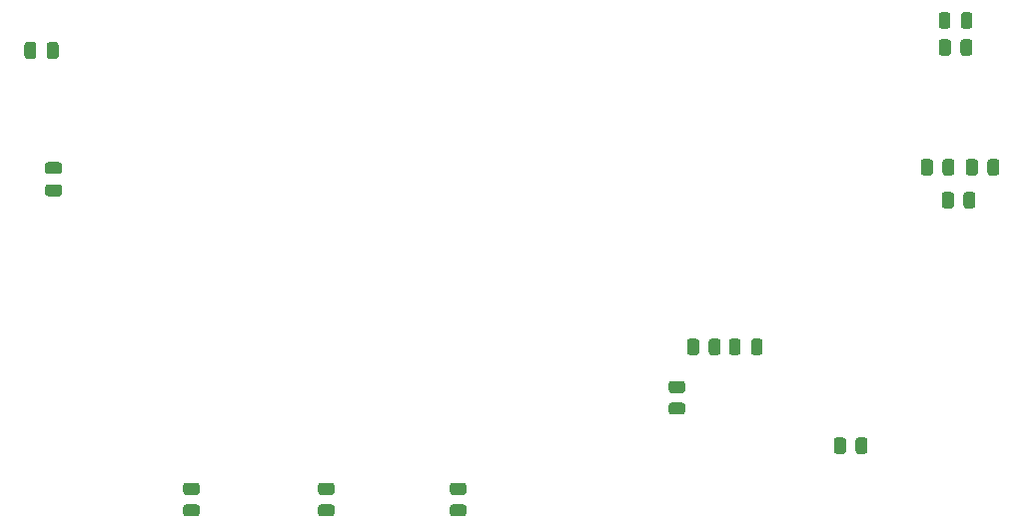
<source format=gbr>
%TF.GenerationSoftware,KiCad,Pcbnew,(5.1.10-1-10_14)*%
%TF.CreationDate,2021-07-31T21:51:31-04:00*%
%TF.ProjectId,CLOCK,434c4f43-4b2e-46b6-9963-61645f706362,rev?*%
%TF.SameCoordinates,Original*%
%TF.FileFunction,Paste,Top*%
%TF.FilePolarity,Positive*%
%FSLAX46Y46*%
G04 Gerber Fmt 4.6, Leading zero omitted, Abs format (unit mm)*
G04 Created by KiCad (PCBNEW (5.1.10-1-10_14)) date 2021-07-31 21:51:31*
%MOMM*%
%LPD*%
G01*
G04 APERTURE LIST*
G04 APERTURE END LIST*
%TO.C,R3*%
G36*
G01*
X136544000Y-68522001D02*
X136544000Y-67621999D01*
G75*
G02*
X136793999Y-67372000I249999J0D01*
G01*
X137319001Y-67372000D01*
G75*
G02*
X137569000Y-67621999I0J-249999D01*
G01*
X137569000Y-68522001D01*
G75*
G02*
X137319001Y-68772000I-249999J0D01*
G01*
X136793999Y-68772000D01*
G75*
G02*
X136544000Y-68522001I0J249999D01*
G01*
G37*
G36*
G01*
X134719000Y-68522001D02*
X134719000Y-67621999D01*
G75*
G02*
X134968999Y-67372000I249999J0D01*
G01*
X135494001Y-67372000D01*
G75*
G02*
X135744000Y-67621999I0J-249999D01*
G01*
X135744000Y-68522001D01*
G75*
G02*
X135494001Y-68772000I-249999J0D01*
G01*
X134968999Y-68772000D01*
G75*
G02*
X134719000Y-68522001I0J249999D01*
G01*
G37*
%TD*%
%TO.C,R11*%
G36*
G01*
X102419999Y-73044000D02*
X103320001Y-73044000D01*
G75*
G02*
X103570000Y-73293999I0J-249999D01*
G01*
X103570000Y-73819001D01*
G75*
G02*
X103320001Y-74069000I-249999J0D01*
G01*
X102419999Y-74069000D01*
G75*
G02*
X102170000Y-73819001I0J249999D01*
G01*
X102170000Y-73293999D01*
G75*
G02*
X102419999Y-73044000I249999J0D01*
G01*
G37*
G36*
G01*
X102419999Y-71219000D02*
X103320001Y-71219000D01*
G75*
G02*
X103570000Y-71468999I0J-249999D01*
G01*
X103570000Y-71994001D01*
G75*
G02*
X103320001Y-72244000I-249999J0D01*
G01*
X102419999Y-72244000D01*
G75*
G02*
X102170000Y-71994001I0J249999D01*
G01*
X102170000Y-71468999D01*
G75*
G02*
X102419999Y-71219000I249999J0D01*
G01*
G37*
%TD*%
%TO.C,R10*%
G36*
G01*
X91243999Y-73044000D02*
X92144001Y-73044000D01*
G75*
G02*
X92394000Y-73293999I0J-249999D01*
G01*
X92394000Y-73819001D01*
G75*
G02*
X92144001Y-74069000I-249999J0D01*
G01*
X91243999Y-74069000D01*
G75*
G02*
X90994000Y-73819001I0J249999D01*
G01*
X90994000Y-73293999D01*
G75*
G02*
X91243999Y-73044000I249999J0D01*
G01*
G37*
G36*
G01*
X91243999Y-71219000D02*
X92144001Y-71219000D01*
G75*
G02*
X92394000Y-71468999I0J-249999D01*
G01*
X92394000Y-71994001D01*
G75*
G02*
X92144001Y-72244000I-249999J0D01*
G01*
X91243999Y-72244000D01*
G75*
G02*
X90994000Y-71994001I0J249999D01*
G01*
X90994000Y-71468999D01*
G75*
G02*
X91243999Y-71219000I249999J0D01*
G01*
G37*
%TD*%
%TO.C,R9*%
G36*
G01*
X79813999Y-73044000D02*
X80714001Y-73044000D01*
G75*
G02*
X80964000Y-73293999I0J-249999D01*
G01*
X80964000Y-73819001D01*
G75*
G02*
X80714001Y-74069000I-249999J0D01*
G01*
X79813999Y-74069000D01*
G75*
G02*
X79564000Y-73819001I0J249999D01*
G01*
X79564000Y-73293999D01*
G75*
G02*
X79813999Y-73044000I249999J0D01*
G01*
G37*
G36*
G01*
X79813999Y-71219000D02*
X80714001Y-71219000D01*
G75*
G02*
X80964000Y-71468999I0J-249999D01*
G01*
X80964000Y-71994001D01*
G75*
G02*
X80714001Y-72244000I-249999J0D01*
G01*
X79813999Y-72244000D01*
G75*
G02*
X79564000Y-71994001I0J249999D01*
G01*
X79564000Y-71468999D01*
G75*
G02*
X79813999Y-71219000I249999J0D01*
G01*
G37*
%TD*%
%TO.C,R12*%
G36*
G01*
X144888000Y-46793999D02*
X144888000Y-47694001D01*
G75*
G02*
X144638001Y-47944000I-249999J0D01*
G01*
X144112999Y-47944000D01*
G75*
G02*
X143863000Y-47694001I0J249999D01*
G01*
X143863000Y-46793999D01*
G75*
G02*
X144112999Y-46544000I249999J0D01*
G01*
X144638001Y-46544000D01*
G75*
G02*
X144888000Y-46793999I0J-249999D01*
G01*
G37*
G36*
G01*
X146713000Y-46793999D02*
X146713000Y-47694001D01*
G75*
G02*
X146463001Y-47944000I-249999J0D01*
G01*
X145937999Y-47944000D01*
G75*
G02*
X145688000Y-47694001I0J249999D01*
G01*
X145688000Y-46793999D01*
G75*
G02*
X145937999Y-46544000I249999J0D01*
G01*
X146463001Y-46544000D01*
G75*
G02*
X146713000Y-46793999I0J-249999D01*
G01*
G37*
%TD*%
%TO.C,R8*%
G36*
G01*
X144634000Y-33839999D02*
X144634000Y-34740001D01*
G75*
G02*
X144384001Y-34990000I-249999J0D01*
G01*
X143858999Y-34990000D01*
G75*
G02*
X143609000Y-34740001I0J249999D01*
G01*
X143609000Y-33839999D01*
G75*
G02*
X143858999Y-33590000I249999J0D01*
G01*
X144384001Y-33590000D01*
G75*
G02*
X144634000Y-33839999I0J-249999D01*
G01*
G37*
G36*
G01*
X146459000Y-33839999D02*
X146459000Y-34740001D01*
G75*
G02*
X146209001Y-34990000I-249999J0D01*
G01*
X145683999Y-34990000D01*
G75*
G02*
X145434000Y-34740001I0J249999D01*
G01*
X145434000Y-33839999D01*
G75*
G02*
X145683999Y-33590000I249999J0D01*
G01*
X146209001Y-33590000D01*
G75*
G02*
X146459000Y-33839999I0J-249999D01*
G01*
G37*
%TD*%
%TO.C,R7*%
G36*
G01*
X146920000Y-43999999D02*
X146920000Y-44900001D01*
G75*
G02*
X146670001Y-45150000I-249999J0D01*
G01*
X146144999Y-45150000D01*
G75*
G02*
X145895000Y-44900001I0J249999D01*
G01*
X145895000Y-43999999D01*
G75*
G02*
X146144999Y-43750000I249999J0D01*
G01*
X146670001Y-43750000D01*
G75*
G02*
X146920000Y-43999999I0J-249999D01*
G01*
G37*
G36*
G01*
X148745000Y-43999999D02*
X148745000Y-44900001D01*
G75*
G02*
X148495001Y-45150000I-249999J0D01*
G01*
X147969999Y-45150000D01*
G75*
G02*
X147720000Y-44900001I0J249999D01*
G01*
X147720000Y-43999999D01*
G75*
G02*
X147969999Y-43750000I249999J0D01*
G01*
X148495001Y-43750000D01*
G75*
G02*
X148745000Y-43999999I0J-249999D01*
G01*
G37*
%TD*%
%TO.C,R6*%
G36*
G01*
X143910000Y-44900001D02*
X143910000Y-43999999D01*
G75*
G02*
X144159999Y-43750000I249999J0D01*
G01*
X144685001Y-43750000D01*
G75*
G02*
X144935000Y-43999999I0J-249999D01*
G01*
X144935000Y-44900001D01*
G75*
G02*
X144685001Y-45150000I-249999J0D01*
G01*
X144159999Y-45150000D01*
G75*
G02*
X143910000Y-44900001I0J249999D01*
G01*
G37*
G36*
G01*
X142085000Y-44900001D02*
X142085000Y-43999999D01*
G75*
G02*
X142334999Y-43750000I249999J0D01*
G01*
X142860001Y-43750000D01*
G75*
G02*
X143110000Y-43999999I0J-249999D01*
G01*
X143110000Y-44900001D01*
G75*
G02*
X142860001Y-45150000I-249999J0D01*
G01*
X142334999Y-45150000D01*
G75*
G02*
X142085000Y-44900001I0J249999D01*
G01*
G37*
%TD*%
%TO.C,R4*%
G36*
G01*
X123298000Y-59239999D02*
X123298000Y-60140001D01*
G75*
G02*
X123048001Y-60390000I-249999J0D01*
G01*
X122522999Y-60390000D01*
G75*
G02*
X122273000Y-60140001I0J249999D01*
G01*
X122273000Y-59239999D01*
G75*
G02*
X122522999Y-58990000I249999J0D01*
G01*
X123048001Y-58990000D01*
G75*
G02*
X123298000Y-59239999I0J-249999D01*
G01*
G37*
G36*
G01*
X125123000Y-59239999D02*
X125123000Y-60140001D01*
G75*
G02*
X124873001Y-60390000I-249999J0D01*
G01*
X124347999Y-60390000D01*
G75*
G02*
X124098000Y-60140001I0J249999D01*
G01*
X124098000Y-59239999D01*
G75*
G02*
X124347999Y-58990000I249999J0D01*
G01*
X124873001Y-58990000D01*
G75*
G02*
X125123000Y-59239999I0J-249999D01*
G01*
G37*
%TD*%
%TO.C,R1*%
G36*
G01*
X121862001Y-63608000D02*
X120961999Y-63608000D01*
G75*
G02*
X120712000Y-63358001I0J249999D01*
G01*
X120712000Y-62832999D01*
G75*
G02*
X120961999Y-62583000I249999J0D01*
G01*
X121862001Y-62583000D01*
G75*
G02*
X122112000Y-62832999I0J-249999D01*
G01*
X122112000Y-63358001D01*
G75*
G02*
X121862001Y-63608000I-249999J0D01*
G01*
G37*
G36*
G01*
X121862001Y-65433000D02*
X120961999Y-65433000D01*
G75*
G02*
X120712000Y-65183001I0J249999D01*
G01*
X120712000Y-64657999D01*
G75*
G02*
X120961999Y-64408000I249999J0D01*
G01*
X121862001Y-64408000D01*
G75*
G02*
X122112000Y-64657999I0J-249999D01*
G01*
X122112000Y-65183001D01*
G75*
G02*
X121862001Y-65433000I-249999J0D01*
G01*
G37*
%TD*%
%TO.C,D3*%
G36*
G01*
X144584000Y-31547750D02*
X144584000Y-32460250D01*
G75*
G02*
X144340250Y-32704000I-243750J0D01*
G01*
X143852750Y-32704000D01*
G75*
G02*
X143609000Y-32460250I0J243750D01*
G01*
X143609000Y-31547750D01*
G75*
G02*
X143852750Y-31304000I243750J0D01*
G01*
X144340250Y-31304000D01*
G75*
G02*
X144584000Y-31547750I0J-243750D01*
G01*
G37*
G36*
G01*
X146459000Y-31547750D02*
X146459000Y-32460250D01*
G75*
G02*
X146215250Y-32704000I-243750J0D01*
G01*
X145727750Y-32704000D01*
G75*
G02*
X145484000Y-32460250I0J243750D01*
G01*
X145484000Y-31547750D01*
G75*
G02*
X145727750Y-31304000I243750J0D01*
G01*
X146215250Y-31304000D01*
G75*
G02*
X146459000Y-31547750I0J-243750D01*
G01*
G37*
%TD*%
%TO.C,D1*%
G36*
G01*
X126804000Y-59233750D02*
X126804000Y-60146250D01*
G75*
G02*
X126560250Y-60390000I-243750J0D01*
G01*
X126072750Y-60390000D01*
G75*
G02*
X125829000Y-60146250I0J243750D01*
G01*
X125829000Y-59233750D01*
G75*
G02*
X126072750Y-58990000I243750J0D01*
G01*
X126560250Y-58990000D01*
G75*
G02*
X126804000Y-59233750I0J-243750D01*
G01*
G37*
G36*
G01*
X128679000Y-59233750D02*
X128679000Y-60146250D01*
G75*
G02*
X128435250Y-60390000I-243750J0D01*
G01*
X127947750Y-60390000D01*
G75*
G02*
X127704000Y-60146250I0J243750D01*
G01*
X127704000Y-59233750D01*
G75*
G02*
X127947750Y-58990000I243750J0D01*
G01*
X128435250Y-58990000D01*
G75*
G02*
X128679000Y-59233750I0J-243750D01*
G01*
G37*
%TD*%
%TO.C,C2*%
G36*
G01*
X67114000Y-34069000D02*
X67114000Y-35019000D01*
G75*
G02*
X66864000Y-35269000I-250000J0D01*
G01*
X66364000Y-35269000D01*
G75*
G02*
X66114000Y-35019000I0J250000D01*
G01*
X66114000Y-34069000D01*
G75*
G02*
X66364000Y-33819000I250000J0D01*
G01*
X66864000Y-33819000D01*
G75*
G02*
X67114000Y-34069000I0J-250000D01*
G01*
G37*
G36*
G01*
X69014000Y-34069000D02*
X69014000Y-35019000D01*
G75*
G02*
X68764000Y-35269000I-250000J0D01*
G01*
X68264000Y-35269000D01*
G75*
G02*
X68014000Y-35019000I0J250000D01*
G01*
X68014000Y-34069000D01*
G75*
G02*
X68264000Y-33819000I250000J0D01*
G01*
X68764000Y-33819000D01*
G75*
G02*
X69014000Y-34069000I0J-250000D01*
G01*
G37*
%TD*%
%TO.C,C1*%
G36*
G01*
X69055000Y-45016000D02*
X68105000Y-45016000D01*
G75*
G02*
X67855000Y-44766000I0J250000D01*
G01*
X67855000Y-44266000D01*
G75*
G02*
X68105000Y-44016000I250000J0D01*
G01*
X69055000Y-44016000D01*
G75*
G02*
X69305000Y-44266000I0J-250000D01*
G01*
X69305000Y-44766000D01*
G75*
G02*
X69055000Y-45016000I-250000J0D01*
G01*
G37*
G36*
G01*
X69055000Y-46916000D02*
X68105000Y-46916000D01*
G75*
G02*
X67855000Y-46666000I0J250000D01*
G01*
X67855000Y-46166000D01*
G75*
G02*
X68105000Y-45916000I250000J0D01*
G01*
X69055000Y-45916000D01*
G75*
G02*
X69305000Y-46166000I0J-250000D01*
G01*
X69305000Y-46666000D01*
G75*
G02*
X69055000Y-46916000I-250000J0D01*
G01*
G37*
%TD*%
M02*

</source>
